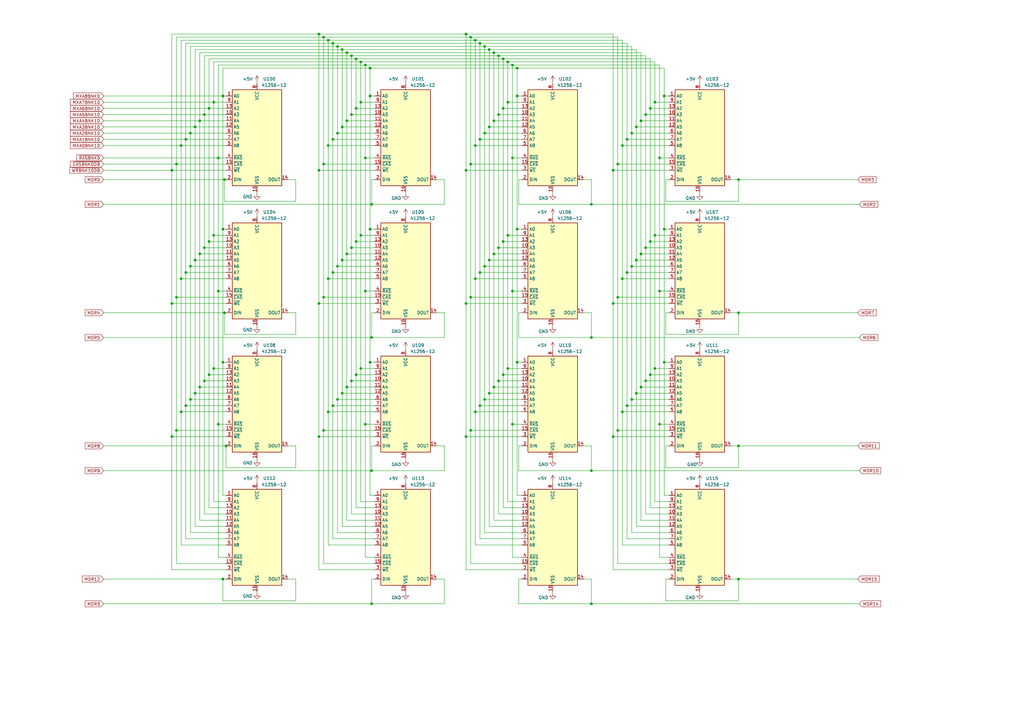
<source format=kicad_sch>
(kicad_sch (version 20211123) (generator eeschema)
  (paper "A3")
  (lib_symbols
    (symbol "power:+5V" (power) (pin_names (offset 0))
      (property "Value" "+5V" (at 0 3.556 0))
      (symbol "+5V_0_1"
        (polyline (pts (xy -0.762 1.27) (xy 0 2.54)))
        (polyline (pts (xy 0 0) (xy 0 2.54)))
        (polyline (pts (xy 0 2.54) (xy 0.762 1.27)))
      )
      (symbol "+5V_1_1"
        (pin power_in line (at 0 0 90) (length 0) hide (name "+5V") (number "1"))
      )
    )
    (symbol "power:GND" (power) (pin_names (offset 0))
      (property "Value" "GND" (at 0 -3.81 0))
      (symbol "GND_0_1"
        (polyline (pts (xy 0 0) (xy 0 -1.27) (xy 1.27 -1.27) (xy 0 -2.54) (xy -1.27 -1.27) (xy 0 -1.27)))
      )
      (symbol "GND_1_1"
        (pin power_in line (at 0 0 270) (length 0) hide (name "GND") (number "1"))
      )
    )
    (symbol "x37:41256"
      (property "Reference" "U" (at -10.16 26.035 0))
      (property "Value" "41256" (at 2.54 26.035 0))
      (symbol "41256_0_0"
        (pin power_in line (at 0 -16.51 90) (length 2.54) (name "VSS") (number "16"))
        (pin power_in line (at 0 27.94 270) (length 2.54) (name "VCC") (number "8"))
      )
      (symbol "41256_0_1"
        (rectangle (start -10.16 25.4) (end 10.16 -13.97) (stroke (width 0.254)) (fill (type background)))
      )
      (symbol "41256_1_1"
        (pin input line (at -12.7 22.86 0) (length 2.54) (name "A0") (number "1"))
        (pin input line (at -12.7 15.24 0) (length 2.54) (name "A3") (number "10"))
        (pin input line (at -12.7 12.7 0) (length 2.54) (name "A4") (number "11"))
        (pin input line (at -12.7 10.16 0) (length 2.54) (name "A5") (number "12"))
        (pin input line (at -12.7 17.78 0) (length 2.54) (name "A2") (number "13"))
        (pin tri_state line (at 12.7 -11.43 180) (length 2.54) (name "DOUT") (number "14"))
        (pin input line (at -12.7 -5.08 0) (length 2.54) (name "~{CAS}") (number "15"))
        (pin tri_state line (at -12.7 -11.43 0) (length 2.54) (name "DIN") (number "2"))
        (pin input line (at -12.7 -7.62 0) (length 2.54) (name "~{WE}") (number "3"))
        (pin input line (at -12.7 -2.54 0) (length 2.54) (name "~{RAS}") (number "4"))
        (pin input line (at -12.7 2.54 0) (length 2.54) (name "A8") (number "5"))
        (pin input line (at -12.7 7.62 0) (length 2.54) (name "A6") (number "6"))
        (pin input line (at -12.7 5.08 0) (length 2.54) (name "A7") (number "7"))
        (pin input line (at -12.7 20.32 0) (length 2.54) (name "A1") (number "9"))
      )
    )
  )
  (junction (at 147.955 151.13))
  (junction (at 191.135 124.46))
  (junction (at 151.765 27.94))
  (junction (at 202.565 21.59))
  (junction (at 130.81 124.46))
  (junction (at 194.945 168.91))
  (junction (at 70.485 69.85))
  (junction (at 251.46 179.07))
  (junction (at 134.62 168.91))
  (junction (at 89.535 173.99))
  (junction (at 200.66 106.68))
  (junction (at 151.765 93.98))
  (junction (at 144.145 156.21))
  (junction (at 83.82 156.21))
  (junction (at 78.105 109.22))
  (junction (at 253.365 176.53))
  (junction (at 193.04 67.31))
  (junction (at 260.985 106.68))
  (junction (at 146.05 153.67))
  (junction (at 130.81 179.07))
  (junction (at 136.525 57.15))
  (junction (at 147.955 96.52))
  (junction (at 146.05 99.06))
  (junction (at 193.04 15.24))
  (junction (at 74.295 59.69))
  (junction (at 85.725 44.45))
  (junction (at 72.39 67.31))
  (junction (at 262.89 49.53))
  (junction (at 87.63 151.13))
  (junction (at 212.09 148.59))
  (junction (at 264.795 46.99))
  (junction (at 134.62 114.3))
  (junction (at 259.08 54.61))
  (junction (at 146.05 24.13))
  (junction (at 270.51 173.99))
  (junction (at 130.81 69.85))
  (junction (at 191.135 69.85))
  (junction (at 208.28 41.91))
  (junction (at 270.51 64.77))
  (junction (at 91.44 148.59))
  (junction (at 210.185 26.67))
  (junction (at 206.375 153.67))
  (junction (at 70.485 124.46))
  (junction (at 87.63 96.52))
  (junction (at 144.145 101.6))
  (junction (at 138.43 54.61))
  (junction (at 266.7 99.06))
  (junction (at 200.66 52.07))
  (junction (at 76.2 57.15))
  (junction (at 202.565 158.75))
  (junction (at 76.2 111.76))
  (junction (at 72.39 121.92))
  (junction (at 194.945 114.3))
  (junction (at 149.86 26.67))
  (junction (at 266.7 44.45))
  (junction (at 259.08 163.83))
  (junction (at 242.57 247.65))
  (junction (at 253.365 121.92))
  (junction (at 196.85 57.15))
  (junction (at 208.28 151.13))
  (junction (at 206.375 44.45))
  (junction (at 257.175 111.76))
  (junction (at 200.66 161.29))
  (junction (at 76.2 166.37))
  (junction (at 212.09 39.37))
  (junction (at 208.28 96.52))
  (junction (at 262.89 104.14))
  (junction (at 242.57 138.43))
  (junction (at 262.89 158.75))
  (junction (at 204.47 156.21))
  (junction (at 194.945 59.69))
  (junction (at 204.47 101.6))
  (junction (at 151.765 39.37))
  (junction (at 85.725 99.06))
  (junction (at 91.44 93.98))
  (junction (at 70.485 179.07))
  (junction (at 198.755 19.05))
  (junction (at 81.915 158.75))
  (junction (at 302.895 128.27))
  (junction (at 138.43 109.22))
  (junction (at 149.86 119.38))
  (junction (at 200.66 20.32))
  (junction (at 142.24 104.14))
  (junction (at 212.09 93.98))
  (junction (at 136.525 111.76))
  (junction (at 204.47 22.86))
  (junction (at 142.24 49.53))
  (junction (at 78.105 163.83))
  (junction (at 204.47 46.99))
  (junction (at 140.335 106.68))
  (junction (at 272.415 93.98))
  (junction (at 132.715 176.53))
  (junction (at 264.795 156.21))
  (junction (at 80.01 106.68))
  (junction (at 196.85 166.37))
  (junction (at 138.43 163.83))
  (junction (at 80.01 161.29))
  (junction (at 140.335 20.32))
  (junction (at 196.85 111.76))
  (junction (at 134.62 59.69))
  (junction (at 210.185 173.99))
  (junction (at 242.57 83.82))
  (junction (at 132.715 67.31))
  (junction (at 81.915 49.53))
  (junction (at 74.295 168.91))
  (junction (at 198.755 163.83))
  (junction (at 251.46 69.85))
  (junction (at 130.81 13.97))
  (junction (at 194.945 16.51))
  (junction (at 259.08 109.22))
  (junction (at 264.795 101.6))
  (junction (at 149.86 64.77))
  (junction (at 202.565 49.53))
  (junction (at 147.955 25.4))
  (junction (at 81.915 104.14))
  (junction (at 191.135 13.97))
  (junction (at 144.145 46.99))
  (junction (at 132.715 15.24))
  (junction (at 206.375 99.06))
  (junction (at 152.4 138.43))
  (junction (at 196.85 17.78))
  (junction (at 257.175 57.15))
  (junction (at 198.755 109.22))
  (junction (at 253.365 67.31))
  (junction (at 255.27 114.3))
  (junction (at 92.075 128.27))
  (junction (at 208.28 25.4))
  (junction (at 83.82 46.99))
  (junction (at 92.71 182.88))
  (junction (at 152.4 83.82))
  (junction (at 302.895 182.88))
  (junction (at 260.985 52.07))
  (junction (at 191.135 179.07))
  (junction (at 206.375 24.13))
  (junction (at 140.335 52.07))
  (junction (at 136.525 166.37))
  (junction (at 266.7 153.67))
  (junction (at 193.04 121.92))
  (junction (at 255.27 168.91))
  (junction (at 85.725 153.67))
  (junction (at 257.175 166.37))
  (junction (at 202.565 104.14))
  (junction (at 132.715 121.92))
  (junction (at 251.46 124.46))
  (junction (at 272.415 148.59))
  (junction (at 89.535 119.38))
  (junction (at 146.05 44.45))
  (junction (at 260.985 161.29))
  (junction (at 255.27 59.69))
  (junction (at 134.62 16.51))
  (junction (at 210.185 119.38))
  (junction (at 78.105 54.61))
  (junction (at 74.295 114.3))
  (junction (at 92.075 73.66))
  (junction (at 136.525 17.78))
  (junction (at 210.185 64.77))
  (junction (at 268.605 151.13))
  (junction (at 138.43 19.05))
  (junction (at 302.895 237.49))
  (junction (at 272.415 39.37))
  (junction (at 147.955 41.91))
  (junction (at 80.01 52.07))
  (junction (at 268.605 96.52))
  (junction (at 212.09 27.94))
  (junction (at 151.765 148.59))
  (junction (at 140.335 161.29))
  (junction (at 91.44 237.49))
  (junction (at 144.145 22.86))
  (junction (at 142.24 158.75))
  (junction (at 83.82 101.6))
  (junction (at 142.24 21.59))
  (junction (at 152.4 247.65))
  (junction (at 270.51 119.38))
  (junction (at 193.04 176.53))
  (junction (at 91.44 39.37))
  (junction (at 87.63 41.91))
  (junction (at 198.755 54.61))
  (junction (at 152.4 193.04))
  (junction (at 302.895 73.66))
  (junction (at 89.535 64.77))
  (junction (at 149.86 173.99))
  (junction (at 242.57 193.04))
  (junction (at 72.39 176.53))
  (junction (at 268.605 41.91))
  (wire (pts (xy 91.44 148.59) (xy 92.71 148.59)))
  (wire (pts (xy 212.725 247.65) (xy 242.57 247.65)))
  (wire (pts (xy 140.335 52.07) (xy 140.335 106.68)))
  (wire (pts (xy 153.67 67.31) (xy 132.715 67.31)))
  (wire (pts (xy 204.47 46.99) (xy 204.47 101.6)))
  (wire (pts (xy 266.7 153.67) (xy 266.7 208.28)))
  (wire (pts (xy 242.57 128.27) (xy 239.395 128.27)))
  (wire (pts (xy 70.485 179.07) (xy 70.485 124.46)))
  (wire (pts (xy 204.47 156.21) (xy 204.47 210.82)))
  (wire (pts (xy 274.32 228.6) (xy 270.51 228.6)))
  (wire (pts (xy 200.66 161.29) (xy 200.66 215.9)))
  (wire (pts (xy 193.04 67.31) (xy 193.04 15.24)))
  (wire (pts (xy 226.695 33.655) (xy 226.695 34.29)))
  (wire (pts (xy 268.605 151.13) (xy 268.605 205.74)))
  (wire (pts (xy 260.985 106.68) (xy 260.985 161.29)))
  (wire (pts (xy 147.955 151.13) (xy 153.67 151.13)))
  (wire (pts (xy 206.375 24.13) (xy 266.7 24.13)))
  (wire (pts (xy 105.41 33.655) (xy 105.41 34.29)))
  (wire (pts (xy 105.41 142.875) (xy 105.41 143.51)))
  (wire (pts (xy 182.245 182.88) (xy 182.245 193.04)))
  (wire (pts (xy 253.365 67.31) (xy 253.365 121.92)))
  (wire (pts (xy 194.945 16.51) (xy 255.27 16.51)))
  (wire (pts (xy 213.995 64.77) (xy 210.185 64.77)))
  (wire (pts (xy 200.66 161.29) (xy 213.995 161.29)))
  (wire (pts (xy 91.44 27.94) (xy 151.765 27.94)))
  (wire (pts (xy 212.725 193.04) (xy 242.57 193.04)))
  (wire (pts (xy 302.895 73.66) (xy 299.72 73.66)))
  (wire (pts (xy 42.545 182.88) (xy 92.71 182.88)))
  (wire (pts (xy 204.47 101.6) (xy 213.995 101.6)))
  (wire (pts (xy 166.37 33.655) (xy 166.37 34.29)))
  (wire (pts (xy 274.32 39.37) (xy 272.415 39.37)))
  (wire (pts (xy 210.185 119.38) (xy 210.185 173.99)))
  (wire (pts (xy 121.285 191.77) (xy 121.285 182.88)))
  (wire (pts (xy 91.44 93.98) (xy 91.44 148.59)))
  (wire (pts (xy 72.39 67.31) (xy 72.39 15.24)))
  (wire (pts (xy 78.105 218.44) (xy 92.71 218.44)))
  (wire (pts (xy 151.765 148.59) (xy 151.765 203.2)))
  (wire (pts (xy 274.32 153.67) (xy 266.7 153.67)))
  (wire (pts (xy 121.285 182.88) (xy 118.11 182.88)))
  (wire (pts (xy 266.7 99.06) (xy 266.7 153.67)))
  (wire (pts (xy 153.67 231.14) (xy 132.715 231.14)))
  (wire (pts (xy 274.32 109.22) (xy 259.08 109.22)))
  (wire (pts (xy 85.725 153.67) (xy 85.725 208.28)))
  (wire (pts (xy 153.67 44.45) (xy 146.05 44.45)))
  (wire (pts (xy 268.605 41.91) (xy 268.605 96.52)))
  (wire (pts (xy 270.51 64.77) (xy 270.51 26.67)))
  (wire (pts (xy 105.41 78.74) (xy 105.41 79.375)))
  (wire (pts (xy 193.04 67.31) (xy 193.04 121.92)))
  (wire (pts (xy 91.44 246.38) (xy 121.285 246.38)))
  (wire (pts (xy 260.985 161.29) (xy 274.32 161.29)))
  (wire (pts (xy 226.695 187.96) (xy 226.695 188.595)))
  (wire (pts (xy 92.075 128.27) (xy 92.71 128.27)))
  (wire (pts (xy 70.485 233.68) (xy 92.71 233.68)))
  (wire (pts (xy 153.67 237.49) (xy 152.4 237.49)))
  (wire (pts (xy 166.37 142.875) (xy 166.37 143.51)))
  (wire (pts (xy 140.335 161.29) (xy 140.335 215.9)))
  (wire (pts (xy 255.27 168.91) (xy 255.27 223.52)))
  (wire (pts (xy 72.39 231.14) (xy 92.71 231.14)))
  (wire (pts (xy 212.09 39.37) (xy 212.09 27.94)))
  (wire (pts (xy 212.09 93.98) (xy 212.09 148.59)))
  (wire (pts (xy 274.32 114.3) (xy 255.27 114.3)))
  (wire (pts (xy 136.525 17.78) (xy 196.85 17.78)))
  (wire (pts (xy 138.43 109.22) (xy 138.43 163.83)))
  (wire (pts (xy 76.2 220.98) (xy 92.71 220.98)))
  (wire (pts (xy 72.39 121.92) (xy 72.39 176.53)))
  (wire (pts (xy 274.32 182.88) (xy 273.05 182.88)))
  (wire (pts (xy 264.795 156.21) (xy 274.32 156.21)))
  (wire (pts (xy 204.47 22.86) (xy 264.795 22.86)))
  (wire (pts (xy 130.81 179.07) (xy 153.67 179.07)))
  (wire (pts (xy 146.05 44.45) (xy 146.05 99.06)))
  (wire (pts (xy 153.67 121.92) (xy 132.715 121.92)))
  (wire (pts (xy 255.27 59.69) (xy 255.27 16.51)))
  (wire (pts (xy 74.295 114.3) (xy 92.71 114.3)))
  (wire (pts (xy 78.105 54.61) (xy 78.105 19.05)))
  (wire (pts (xy 202.565 21.59) (xy 262.89 21.59)))
  (wire (pts (xy 81.915 213.36) (xy 92.71 213.36)))
  (wire (pts (xy 121.285 237.49) (xy 118.11 237.49)))
  (wire (pts (xy 274.32 218.44) (xy 259.08 218.44)))
  (wire (pts (xy 92.075 137.16) (xy 121.285 137.16)))
  (wire (pts (xy 136.525 17.78) (xy 136.525 57.15)))
  (wire (pts (xy 287.02 197.485) (xy 287.02 198.12)))
  (wire (pts (xy 74.295 168.91) (xy 74.295 223.52)))
  (wire (pts (xy 273.05 128.27) (xy 273.05 137.16)))
  (wire (pts (xy 213.995 128.27) (xy 212.725 128.27)))
  (wire (pts (xy 153.67 119.38) (xy 149.86 119.38)))
  (wire (pts (xy 352.425 83.82) (xy 242.57 83.82)))
  (wire (pts (xy 144.145 210.82) (xy 153.67 210.82)))
  (wire (pts (xy 202.565 49.53) (xy 202.565 104.14)))
  (wire (pts (xy 70.485 69.85) (xy 92.71 69.85)))
  (wire (pts (xy 153.67 104.14) (xy 142.24 104.14)))
  (wire (pts (xy 212.725 73.66) (xy 212.725 83.82)))
  (wire (pts (xy 136.525 57.15) (xy 153.67 57.15)))
  (wire (pts (xy 83.82 46.99) (xy 83.82 101.6)))
  (wire (pts (xy 74.295 223.52) (xy 92.71 223.52)))
  (wire (pts (xy 121.285 82.55) (xy 121.285 73.66)))
  (wire (pts (xy 191.135 124.46) (xy 213.995 124.46)))
  (wire (pts (xy 152.4 83.82) (xy 182.245 83.82)))
  (wire (pts (xy 153.67 182.88) (xy 152.4 182.88)))
  (wire (pts (xy 80.01 20.32) (xy 140.335 20.32)))
  (wire (pts (xy 182.245 182.88) (xy 179.07 182.88)))
  (wire (pts (xy 213.995 54.61) (xy 198.755 54.61)))
  (wire (pts (xy 42.545 41.91) (xy 87.63 41.91)))
  (wire (pts (xy 144.145 156.21) (xy 153.67 156.21)))
  (wire (pts (xy 212.09 148.59) (xy 212.09 203.2)))
  (wire (pts (xy 80.01 161.29) (xy 92.71 161.29)))
  (wire (pts (xy 89.535 173.99) (xy 89.535 228.6)))
  (wire (pts (xy 200.66 52.07) (xy 213.995 52.07)))
  (wire (pts (xy 142.24 49.53) (xy 142.24 21.59)))
  (wire (pts (xy 351.79 73.66) (xy 302.895 73.66)))
  (wire (pts (xy 194.945 59.69) (xy 194.945 16.51)))
  (wire (pts (xy 268.605 25.4) (xy 268.605 41.91)))
  (wire (pts (xy 262.89 104.14) (xy 262.89 158.75)))
  (wire (pts (xy 251.46 13.97) (xy 251.46 69.85)))
  (wire (pts (xy 138.43 54.61) (xy 138.43 109.22)))
  (wire (pts (xy 253.365 121.92) (xy 253.365 176.53)))
  (wire (pts (xy 83.82 210.82) (xy 92.71 210.82)))
  (wire (pts (xy 274.32 64.77) (xy 270.51 64.77)))
  (wire (pts (xy 259.08 109.22) (xy 259.08 163.83)))
  (wire (pts (xy 153.67 39.37) (xy 151.765 39.37)))
  (wire (pts (xy 255.27 114.3) (xy 255.27 168.91)))
  (wire (pts (xy 287.02 242.57) (xy 287.02 243.205)))
  (wire (pts (xy 206.375 44.45) (xy 206.375 99.06)))
  (wire (pts (xy 153.67 208.28) (xy 146.05 208.28)))
  (wire (pts (xy 153.67 73.66) (xy 152.4 73.66)))
  (wire (pts (xy 196.85 111.76) (xy 213.995 111.76)))
  (wire (pts (xy 76.2 17.78) (xy 136.525 17.78)))
  (wire (pts (xy 130.81 233.68) (xy 153.67 233.68)))
  (wire (pts (xy 213.995 218.44) (xy 198.755 218.44)))
  (wire (pts (xy 266.7 44.45) (xy 266.7 99.06)))
  (wire (pts (xy 72.39 176.53) (xy 92.71 176.53)))
  (wire (pts (xy 153.67 203.2) (xy 151.765 203.2)))
  (wire (pts (xy 81.915 49.53) (xy 81.915 104.14)))
  (wire (pts (xy 257.175 111.76) (xy 274.32 111.76)))
  (wire (pts (xy 196.85 111.76) (xy 196.85 166.37)))
  (wire (pts (xy 260.985 106.68) (xy 274.32 106.68)))
  (wire (pts (xy 87.63 41.91) (xy 92.71 41.91)))
  (wire (pts (xy 85.725 24.13) (xy 85.725 44.45)))
  (wire (pts (xy 273.05 191.77) (xy 302.895 191.77)))
  (wire (pts (xy 74.295 59.69) (xy 74.295 114.3)))
  (wire (pts (xy 208.28 151.13) (xy 213.995 151.13)))
  (wire (pts (xy 257.175 111.76) (xy 257.175 166.37)))
  (wire (pts (xy 83.82 156.21) (xy 83.82 210.82)))
  (wire (pts (xy 196.85 220.98) (xy 213.995 220.98)))
  (wire (pts (xy 242.57 73.66) (xy 239.395 73.66)))
  (wire (pts (xy 213.995 228.6) (xy 210.185 228.6)))
  (wire (pts (xy 242.57 182.88) (xy 242.57 193.04)))
  (wire (pts (xy 352.425 138.43) (xy 242.57 138.43)))
  (wire (pts (xy 130.81 69.85) (xy 153.67 69.85)))
  (wire (pts (xy 200.66 106.68) (xy 200.66 161.29)))
  (wire (pts (xy 42.545 59.69) (xy 74.295 59.69)))
  (wire (pts (xy 302.895 137.16) (xy 302.895 128.27)))
  (wire (pts (xy 202.565 104.14) (xy 202.565 158.75)))
  (wire (pts (xy 80.01 106.68) (xy 92.71 106.68)))
  (wire (pts (xy 251.46 69.85) (xy 251.46 124.46)))
  (wire (pts (xy 206.375 44.45) (xy 206.375 24.13)))
  (wire (pts (xy 274.32 213.36) (xy 262.89 213.36)))
  (wire (pts (xy 80.01 106.68) (xy 80.01 161.29)))
  (wire (pts (xy 121.285 246.38) (xy 121.285 237.49)))
  (wire (pts (xy 42.545 67.31) (xy 72.39 67.31)))
  (wire (pts (xy 213.995 148.59) (xy 212.09 148.59)))
  (wire (pts (xy 268.605 151.13) (xy 274.32 151.13)))
  (wire (pts (xy 147.955 151.13) (xy 147.955 205.74)))
  (wire (pts (xy 182.245 73.66) (xy 182.245 83.82)))
  (wire (pts (xy 302.895 128.27) (xy 299.72 128.27)))
  (wire (pts (xy 92.075 82.55) (xy 121.285 82.55)))
  (wire (pts (xy 70.485 124.46) (xy 70.485 69.85)))
  (wire (pts (xy 251.46 233.68) (xy 274.32 233.68)))
  (wire (pts (xy 191.135 233.68) (xy 213.995 233.68)))
  (wire (pts (xy 302.895 246.38) (xy 302.895 237.49)))
  (wire (pts (xy 272.415 148.59) (xy 272.415 203.2)))
  (wire (pts (xy 153.67 176.53) (xy 132.715 176.53)))
  (wire (pts (xy 213.995 158.75) (xy 202.565 158.75)))
  (wire (pts (xy 274.32 231.14) (xy 253.365 231.14)))
  (wire (pts (xy 80.01 161.29) (xy 80.01 215.9)))
  (wire (pts (xy 78.105 163.83) (xy 92.71 163.83)))
  (wire (pts (xy 251.46 179.07) (xy 274.32 179.07)))
  (wire (pts (xy 92.075 73.66) (xy 92.075 82.55)))
  (wire (pts (xy 142.24 104.14) (xy 142.24 158.75)))
  (wire (pts (xy 257.175 166.37) (xy 257.175 220.98)))
  (wire (pts (xy 270.51 173.99) (xy 270.51 228.6)))
  (wire (pts (xy 153.67 114.3) (xy 134.62 114.3)))
  (wire (pts (xy 274.32 119.38) (xy 270.51 119.38)))
  (wire (pts (xy 274.32 128.27) (xy 273.05 128.27)))
  (wire (pts (xy 136.525 166.37) (xy 136.525 220.98)))
  (wire (pts (xy 264.795 22.86) (xy 264.795 46.99)))
  (wire (pts (xy 191.135 69.85) (xy 191.135 124.46)))
  (wire (pts (xy 85.725 208.28) (xy 92.71 208.28)))
  (wire (pts (xy 85.725 44.45) (xy 92.71 44.45)))
  (wire (pts (xy 206.375 153.67) (xy 206.375 208.28)))
  (wire (pts (xy 287.02 33.655) (xy 287.02 34.29)))
  (wire (pts (xy 208.28 25.4) (xy 268.605 25.4)))
  (wire (pts (xy 91.44 93.98) (xy 92.71 93.98)))
  (wire (pts (xy 287.02 78.74) (xy 287.02 79.375)))
  (wire (pts (xy 153.67 218.44) (xy 138.43 218.44)))
  (wire (pts (xy 87.63 151.13) (xy 87.63 205.74)))
  (wire (pts (xy 42.545 64.77) (xy 89.535 64.77)))
  (wire (pts (xy 136.525 57.15) (xy 136.525 111.76)))
  (wire (pts (xy 87.63 151.13) (xy 92.71 151.13)))
  (wire (pts (xy 274.32 148.59) (xy 272.415 148.59)))
  (wire (pts (xy 42.545 73.66) (xy 92.075 73.66)))
  (wire (pts (xy 130.81 13.97) (xy 130.81 69.85)))
  (wire (pts (xy 105.41 242.57) (xy 105.41 243.205)))
  (wire (pts (xy 226.695 133.35) (xy 226.695 133.985)))
  (wire (pts (xy 89.535 173.99) (xy 92.71 173.99)))
  (wire (pts (xy 76.2 57.15) (xy 76.2 111.76)))
  (wire (pts (xy 212.09 39.37) (xy 212.09 93.98)))
  (wire (pts (xy 273.05 246.38) (xy 302.895 246.38)))
  (wire (pts (xy 132.715 176.53) (xy 132.715 231.14)))
  (wire (pts (xy 152.4 138.43) (xy 182.245 138.43)))
  (wire (pts (xy 208.28 41.91) (xy 213.995 41.91)))
  (wire (pts (xy 270.51 119.38) (xy 270.51 173.99)))
  (wire (pts (xy 121.285 73.66) (xy 118.11 73.66)))
  (wire (pts (xy 255.27 59.69) (xy 255.27 114.3)))
  (wire (pts (xy 259.08 19.05) (xy 198.755 19.05)))
  (wire (pts (xy 196.85 166.37) (xy 213.995 166.37)))
  (wire (pts (xy 274.32 237.49) (xy 273.05 237.49)))
  (wire (pts (xy 76.2 17.78) (xy 76.2 57.15)))
  (wire (pts (xy 251.46 69.85) (xy 274.32 69.85)))
  (wire (pts (xy 302.895 182.88) (xy 299.72 182.88)))
  (wire (pts (xy 191.135 124.46) (xy 191.135 179.07)))
  (wire (pts (xy 153.67 153.67) (xy 146.05 153.67)))
  (wire (pts (xy 194.945 114.3) (xy 194.945 168.91)))
  (wire (pts (xy 152.4 193.04) (xy 182.245 193.04)))
  (wire (pts (xy 272.415 39.37) (xy 272.415 93.98)))
  (wire (pts (xy 274.32 93.98) (xy 272.415 93.98)))
  (wire (pts (xy 242.57 237.49) (xy 242.57 247.65)))
  (wire (pts (xy 92.075 73.66) (xy 92.71 73.66)))
  (wire (pts (xy 151.765 39.37) (xy 151.765 93.98)))
  (wire (pts (xy 274.32 208.28) (xy 266.7 208.28)))
  (wire (pts (xy 253.365 67.31) (xy 253.365 15.24)))
  (wire (pts (xy 153.67 173.99) (xy 149.86 173.99)))
  (wire (pts (xy 147.955 96.52) (xy 147.955 151.13)))
  (wire (pts (xy 259.08 54.61) (xy 259.08 109.22)))
  (wire (pts (xy 132.715 67.31) (xy 132.715 15.24)))
  (wire (pts (xy 85.725 99.06) (xy 85.725 153.67)))
  (wire (pts (xy 208.28 96.52) (xy 213.995 96.52)))
  (wire (pts (xy 212.725 138.43) (xy 242.57 138.43)))
  (wire (pts (xy 144.145 22.86) (xy 204.47 22.86)))
  (wire (pts (xy 147.955 41.91) (xy 153.67 41.91)))
  (wire (pts (xy 200.66 52.07) (xy 200.66 106.68)))
  (wire (pts (xy 351.79 128.27) (xy 302.895 128.27)))
  (wire (pts (xy 153.67 99.06) (xy 146.05 99.06)))
  (wire (pts (xy 242.57 237.49) (xy 239.395 237.49)))
  (wire (pts (xy 262.89 21.59) (xy 262.89 49.53)))
  (wire (pts (xy 153.67 128.27) (xy 152.4 128.27)))
  (wire (pts (xy 42.545 69.85) (xy 70.485 69.85)))
  (wire (pts (xy 130.81 124.46) (xy 153.67 124.46)))
  (wire (pts (xy 70.485 124.46) (xy 92.71 124.46)))
  (wire (pts (xy 196.85 57.15) (xy 213.995 57.15)))
  (wire (pts (xy 273.05 237.49) (xy 273.05 246.38)))
  (wire (pts (xy 87.63 41.91) (xy 87.63 25.4)))
  (wire (pts (xy 213.995 49.53) (xy 202.565 49.53)))
  (wire (pts (xy 153.67 158.75) (xy 142.24 158.75)))
  (wire (pts (xy 287.02 187.96) (xy 287.02 188.595)))
  (wire (pts (xy 274.32 73.66) (xy 273.05 73.66)))
  (wire (pts (xy 287.02 142.875) (xy 287.02 143.51)))
  (wire (pts (xy 182.245 128.27) (xy 182.245 138.43)))
  (wire (pts (xy 83.82 22.86) (xy 144.145 22.86)))
  (wire (pts (xy 191.135 69.85) (xy 213.995 69.85)))
  (wire (pts (xy 91.44 237.49) (xy 91.44 246.38)))
  (wire (pts (xy 140.335 161.29) (xy 153.67 161.29)))
  (wire (pts (xy 83.82 156.21) (xy 92.71 156.21)))
  (wire (pts (xy 153.67 163.83) (xy 138.43 163.83)))
  (wire (pts (xy 287.02 88.265) (xy 287.02 88.9)))
  (wire (pts (xy 89.535 26.67) (xy 89.535 64.77)))
  (wire (pts (xy 264.795 46.99) (xy 264.795 101.6)))
  (wire (pts (xy 76.2 166.37) (xy 92.71 166.37)))
  (wire (pts (xy 198.755 54.61) (xy 198.755 109.22)))
  (wire (pts (xy 212.725 83.82) (xy 242.57 83.82)))
  (wire (pts (xy 166.37 133.35) (xy 166.37 133.985)))
  (wire (pts (xy 274.32 44.45) (xy 266.7 44.45)))
  (wire (pts (xy 81.915 158.75) (xy 92.71 158.75)))
  (wire (pts (xy 146.05 24.13) (xy 206.375 24.13)))
  (wire (pts (xy 255.27 59.69) (xy 274.32 59.69)))
  (wire (pts (xy 257.175 57.15) (xy 274.32 57.15)))
  (wire (pts (xy 196.85 17.78) (xy 257.175 17.78)))
  (wire (pts (xy 213.995 168.91) (xy 194.945 168.91)))
  (wire (pts (xy 92.71 182.88) (xy 92.71 191.77)))
  (wire (pts (xy 226.695 88.265) (xy 226.695 88.9)))
  (wire (pts (xy 200.66 215.9) (xy 213.995 215.9)))
  (wire (pts (xy 83.82 22.86) (xy 83.82 46.99)))
  (wire (pts (xy 213.995 114.3) (xy 194.945 114.3)))
  (wire (pts (xy 144.145 101.6) (xy 153.67 101.6)))
  (wire (pts (xy 140.335 215.9) (xy 153.67 215.9)))
  (wire (pts (xy 213.995 213.36) (xy 202.565 213.36)))
  (wire (pts (xy 136.525 220.98) (xy 153.67 220.98)))
  (wire (pts (xy 42.545 247.65) (xy 152.4 247.65)))
  (wire (pts (xy 147.955 25.4) (xy 147.955 41.91)))
  (wire (pts (xy 153.67 93.98) (xy 151.765 93.98)))
  (wire (pts (xy 242.57 182.88) (xy 239.395 182.88)))
  (wire (pts (xy 210.185 64.77) (xy 210.185 26.67)))
  (wire (pts (xy 274.32 168.91) (xy 255.27 168.91)))
  (wire (pts (xy 149.86 64.77) (xy 149.86 26.67)))
  (wire (pts (xy 257.175 220.98) (xy 274.32 220.98)))
  (wire (pts (xy 270.51 64.77) (xy 270.51 119.38)))
  (wire (pts (xy 81.915 104.14) (xy 81.915 158.75)))
  (wire (pts (xy 213.995 176.53) (xy 193.04 176.53)))
  (wire (pts (xy 83.82 101.6) (xy 92.71 101.6)))
  (wire (pts (xy 89.535 64.77) (xy 92.71 64.77)))
  (wire (pts (xy 147.955 96.52) (xy 153.67 96.52)))
  (wire (pts (xy 138.43 163.83) (xy 138.43 218.44)))
  (wire (pts (xy 105.41 88.265) (xy 105.41 88.9)))
  (wire (pts (xy 87.63 96.52) (xy 87.63 151.13)))
  (wire (pts (xy 302.895 191.77) (xy 302.895 182.88)))
  (wire (pts (xy 210.185 26.67) (xy 149.86 26.67)))
  (wire (pts (xy 259.08 163.83) (xy 259.08 218.44)))
  (wire (pts (xy 198.755 54.61) (xy 198.755 19.05)))
  (wire (pts (xy 273.05 137.16) (xy 302.895 137.16)))
  (wire (pts (xy 212.725 237.49) (xy 212.725 247.65)))
  (wire (pts (xy 144.145 101.6) (xy 144.145 156.21)))
  (wire (pts (xy 206.375 99.06) (xy 206.375 153.67)))
  (wire (pts (xy 147.955 41.91) (xy 147.955 96.52)))
  (wire (pts (xy 42.545 39.37) (xy 91.44 39.37)))
  (wire (pts (xy 42.545 44.45) (xy 85.725 44.45)))
  (wire (pts (xy 149.86 119.38) (xy 149.86 173.99)))
  (wire (pts (xy 136.525 111.76) (xy 153.67 111.76)))
  (wire (pts (xy 213.995 73.66) (xy 212.725 73.66)))
  (wire (pts (xy 200.66 106.68) (xy 213.995 106.68)))
  (wire (pts (xy 42.545 193.04) (xy 152.4 193.04)))
  (wire (pts (xy 272.415 93.98) (xy 272.415 148.59)))
  (wire (pts (xy 166.37 78.74) (xy 166.37 79.375)))
  (wire (pts (xy 153.67 59.69) (xy 134.62 59.69)))
  (wire (pts (xy 242.57 128.27) (xy 242.57 138.43)))
  (wire (pts (xy 200.66 20.32) (xy 200.66 52.07)))
  (wire (pts (xy 287.02 133.35) (xy 287.02 133.985)))
  (wire (pts (xy 76.2 111.76) (xy 76.2 166.37)))
  (wire (pts (xy 200.66 20.32) (xy 260.985 20.32)))
  (wire (pts (xy 166.37 197.485) (xy 166.37 198.12)))
  (wire (pts (xy 70.485 179.07) (xy 92.71 179.07)))
  (wire (pts (xy 105.41 133.35) (xy 105.41 133.985)))
  (wire (pts (xy 87.63 41.91) (xy 87.63 96.52)))
  (wire (pts (xy 76.2 166.37) (xy 76.2 220.98)))
  (wire (pts (xy 182.245 73.66) (xy 179.07 73.66)))
  (wire (pts (xy 140.335 20.32) (xy 140.335 52.07)))
  (wire (pts (xy 132.715 121.92) (xy 132.715 176.53)))
  (wire (pts (xy 208.28 25.4) (xy 208.28 41.91)))
  (wire (pts (xy 264.795 46.99) (xy 274.32 46.99)))
  (wire (pts (xy 140.335 106.68) (xy 153.67 106.68)))
  (wire (pts (xy 134.62 168.91) (xy 134.62 223.52)))
  (wire (pts (xy 72.39 67.31) (xy 92.71 67.31)))
  (wire (pts (xy 152.4 73.66) (xy 152.4 83.82)))
  (wire (pts (xy 251.46 124.46) (xy 274.32 124.46)))
  (wire (pts (xy 264.795 101.6) (xy 264.795 156.21)))
  (wire (pts (xy 257.175 17.78) (xy 257.175 57.15)))
  (wire (pts (xy 274.32 163.83) (xy 259.08 163.83)))
  (wire (pts (xy 193.04 15.24) (xy 253.365 15.24)))
  (wire (pts (xy 70.485 13.97) (xy 130.81 13.97)))
  (wire (pts (xy 152.4 247.65) (xy 182.245 247.65)))
  (wire (pts (xy 153.67 49.53) (xy 142.24 49.53)))
  (wire (pts (xy 264.795 156.21) (xy 264.795 210.82)))
  (wire (pts (xy 204.47 101.6) (xy 204.47 156.21)))
  (wire (pts (xy 204.47 46.99) (xy 213.995 46.99)))
  (wire (pts (xy 264.795 210.82) (xy 274.32 210.82)))
  (wire (pts (xy 80.01 215.9) (xy 92.71 215.9)))
  (wire (pts (xy 194.945 168.91) (xy 194.945 223.52)))
  (wire (pts (xy 80.01 20.32) (xy 80.01 52.07)))
  (wire (pts (xy 351.79 237.49) (xy 302.895 237.49)))
  (wire (pts (xy 76.2 57.15) (xy 92.71 57.15)))
  (wire (pts (xy 274.32 54.61) (xy 259.08 54.61)))
  (wire (pts (xy 87.63 205.74) (xy 92.71 205.74)))
  (wire (pts (xy 210.185 173.99) (xy 210.185 228.6)))
  (wire (pts (xy 212.09 27.94) (xy 272.415 27.94)))
  (wire (pts (xy 274.32 67.31) (xy 253.365 67.31)))
  (wire (pts (xy 274.32 176.53) (xy 253.365 176.53)))
  (wire (pts (xy 202.565 49.53) (xy 202.565 21.59)))
  (wire (pts (xy 76.2 111.76) (xy 92.71 111.76)))
  (wire (pts (xy 130.81 13.97) (xy 191.135 13.97)))
  (wire (pts (xy 92.075 128.27) (xy 92.075 137.16)))
  (wire (pts (xy 198.755 19.05) (xy 138.43 19.05)))
  (wire (pts (xy 257.175 166.37) (xy 274.32 166.37)))
  (wire (pts (xy 166.37 242.57) (xy 166.37 243.205)))
  (wire (pts (xy 213.995 67.31) (xy 193.04 67.31)))
  (wire (pts (xy 198.755 163.83) (xy 198.755 218.44)))
  (wire (pts (xy 89.535 64.77) (xy 89.535 119.38)))
  (wire (pts (xy 81.915 49.53) (xy 81.915 21.59)))
  (wire (pts (xy 144.145 156.21) (xy 144.145 210.82)))
  (wire (pts (xy 74.295 59.69) (xy 74.295 16.51)))
  (wire (pts (xy 83.82 101.6) (xy 83.82 156.21)))
  (wire (pts (xy 257.175 57.15) (xy 257.175 111.76)))
  (wire (pts (xy 134.62 114.3) (xy 134.62 168.91)))
  (wire (pts (xy 42.545 49.53) (xy 81.915 49.53)))
  (wire (pts (xy 134.62 16.51) (xy 194.945 16.51)))
  (wire (pts (xy 146.05 153.67) (xy 146.05 208.28)))
  (wire (pts (xy 274.32 104.14) (xy 262.89 104.14)))
  (wire (pts (xy 42.545 138.43) (xy 152.4 138.43)))
  (wire (pts (xy 42.545 54.61) (xy 78.105 54.61)))
  (wire (pts (xy 153.67 223.52) (xy 134.62 223.52)))
  (wire (pts (xy 202.565 158.75) (xy 202.565 213.36)))
  (wire (pts (xy 85.725 24.13) (xy 146.05 24.13)))
  (wire (pts (xy 151.765 39.37) (xy 151.765 27.94)))
  (wire (pts (xy 149.86 64.77) (xy 149.86 119.38)))
  (wire (pts (xy 274.32 223.52) (xy 255.27 223.52)))
  (wire (pts (xy 42.545 83.82) (xy 152.4 83.82)))
  (wire (pts (xy 208.28 41.91) (xy 208.28 96.52)))
  (wire (pts (xy 182.245 237.49) (xy 179.07 237.49)))
  (wire (pts (xy 210.185 64.77) (xy 210.185 119.38)))
  (wire (pts (xy 105.41 197.485) (xy 105.41 198.12)))
  (wire (pts (xy 138.43 54.61) (xy 138.43 19.05)))
  (wire (pts (xy 166.37 88.265) (xy 166.37 88.9)))
  (wire (pts (xy 213.995 182.88) (xy 212.725 182.88)))
  (wire (pts (xy 142.24 158.75) (xy 142.24 213.36)))
  (wire (pts (xy 78.105 109.22) (xy 92.71 109.22)))
  (wire (pts (xy 147.955 205.74) (xy 153.67 205.74)))
  (wire (pts (xy 268.605 41.91) (xy 274.32 41.91)))
  (wire (pts (xy 70.485 233.68) (xy 70.485 179.07)))
  (wire (pts (xy 260.985 52.07) (xy 274.32 52.07)))
  (wire (pts (xy 72.39 67.31) (xy 72.39 121.92)))
  (wire (pts (xy 121.285 128.27) (xy 118.11 128.27)))
  (wire (pts (xy 213.995 93.98) (xy 212.09 93.98)))
  (wire (pts (xy 87.63 25.4) (xy 147.955 25.4)))
  (wire (pts (xy 226.695 142.875) (xy 226.695 143.51)))
  (wire (pts (xy 85.725 99.06) (xy 92.71 99.06)))
  (wire (pts (xy 121.285 137.16) (xy 121.285 128.27)))
  (wire (pts (xy 70.485 13.97) (xy 70.485 69.85)))
  (wire (pts (xy 182.245 128.27) (xy 179.07 128.27)))
  (wire (pts (xy 213.995 99.06) (xy 206.375 99.06)))
  (wire (pts (xy 78.105 54.61) (xy 78.105 109.22)))
  (wire (pts (xy 208.28 151.13) (xy 208.28 205.74)))
  (wire (pts (xy 87.63 96.52) (xy 92.71 96.52)))
  (wire (pts (xy 262.89 158.75) (xy 262.89 213.36)))
  (wire (pts (xy 226.695 242.57) (xy 226.695 243.205)))
  (wire (pts (xy 91.44 39.37) (xy 91.44 27.94)))
  (wire (pts (xy 273.05 182.88) (xy 273.05 191.77)))
  (wire (pts (xy 260.985 52.07) (xy 260.985 106.68)))
  (wire (pts (xy 80.01 52.07) (xy 92.71 52.07)))
  (wire (pts (xy 274.32 173.99) (xy 270.51 173.99)))
  (wire (pts (xy 226.695 197.485) (xy 226.695 198.12)))
  (wire (pts (xy 204.47 210.82) (xy 213.995 210.82)))
  (wire (pts (xy 146.05 44.45) (xy 146.05 24.13)))
  (wire (pts (xy 213.995 223.52) (xy 194.945 223.52)))
  (wire (pts (xy 130.81 124.46) (xy 130.81 179.07)))
  (wire (pts (xy 80.01 52.07) (xy 80.01 106.68)))
  (wire (pts (xy 259.08 54.61) (xy 259.08 19.05)))
  (wire (pts (xy 213.995 237.49) (xy 212.725 237.49)))
  (wire (pts (xy 193.04 176.53) (xy 193.04 231.14)))
  (wire (pts (xy 274.32 158.75) (xy 262.89 158.75)))
  (wire (pts (xy 78.105 54.61) (xy 92.71 54.61)))
  (wire (pts (xy 166.37 187.96) (xy 166.37 188.595)))
  (wire (pts (xy 213.995 104.14) (xy 202.565 104.14)))
  (wire (pts (xy 81.915 104.14) (xy 92.71 104.14)))
  (wire (pts (xy 142.24 21.59) (xy 202.565 21.59)))
  (wire (pts (xy 352.425 247.65) (xy 242.57 247.65)))
  (wire (pts (xy 213.995 163.83) (xy 198.755 163.83)))
  (wire (pts (xy 146.05 99.06) (xy 146.05 153.67)))
  (wire (pts (xy 251.46 124.46) (xy 251.46 179.07)))
  (wire (pts (xy 42.545 46.99) (xy 83.82 46.99)))
  (wire (pts (xy 74.295 114.3) (xy 74.295 168.91)))
  (wire (pts (xy 152.4 182.88) (xy 152.4 193.04)))
  (wire (pts (xy 352.425 193.04) (xy 242.57 193.04)))
  (wire (pts (xy 42.545 128.27) (xy 92.075 128.27)))
  (wire (pts (xy 196.85 17.78) (xy 196.85 57.15)))
  (wire (pts (xy 147.955 25.4) (xy 208.28 25.4)))
  (wire (pts (xy 105.41 187.96) (xy 105.41 188.595)))
  (wire (pts (xy 91.44 237.49) (xy 92.71 237.49)))
  (wire (pts (xy 268.605 205.74) (xy 274.32 205.74)))
  (wire (pts (xy 152.4 237.49) (xy 152.4 247.65)))
  (wire (pts (xy 272.415 39.37) (xy 272.415 27.94)))
  (wire (pts (xy 208.28 96.52) (xy 208.28 151.13)))
  (wire (pts (xy 89.535 228.6) (xy 92.71 228.6)))
  (wire (pts (xy 152.4 128.27) (xy 152.4 138.43)))
  (wire (pts (xy 89.535 119.38) (xy 92.71 119.38)))
  (wire (pts (xy 204.47 156.21) (xy 213.995 156.21)))
  (wire (pts (xy 91.44 93.98) (xy 91.44 39.37)))
  (wire (pts (xy 144.145 46.99) (xy 144.145 101.6)))
  (wire (pts (xy 213.995 59.69) (xy 194.945 59.69)))
  (wire (pts (xy 74.295 16.51) (xy 134.62 16.51)))
  (wire (pts (xy 83.82 46.99) (xy 92.71 46.99)))
  (wire (pts (xy 42.545 237.49) (xy 91.44 237.49)))
  (wire (pts (xy 151.765 27.94) (xy 212.09 27.94)))
  (wire (pts (xy 74.295 168.91) (xy 92.71 168.91)))
  (wire (pts (xy 191.135 179.07) (xy 213.995 179.07)))
  (wire (pts (xy 42.545 52.07) (xy 80.01 52.07)))
  (wire (pts (xy 196.85 57.15) (xy 196.85 111.76)))
  (wire (pts (xy 85.725 44.45) (xy 85.725 99.06)))
  (wire (pts (xy 213.995 44.45) (xy 206.375 44.45)))
  (wire (pts (xy 132.715 67.31) (xy 132.715 121.92)))
  (wire (pts (xy 149.86 26.67) (xy 89.535 26.67)))
  (wire (pts (xy 213.995 39.37) (xy 212.09 39.37)))
  (wire (pts (xy 153.67 54.61) (xy 138.43 54.61)))
  (wire (pts (xy 72.39 15.24) (xy 132.715 15.24)))
  (wire (pts (xy 153.67 109.22) (xy 138.43 109.22)))
  (wire (pts (xy 81.915 49.53) (xy 92.71 49.53)))
  (wire (pts (xy 212.725 128.27) (xy 212.725 138.43)))
  (wire (pts (xy 198.755 109.22) (xy 198.755 163.83)))
  (wire (pts (xy 273.05 73.66) (xy 273.05 82.55)))
  (wire (pts (xy 351.79 182.88) (xy 302.895 182.88)))
  (wire (pts (xy 81.915 158.75) (xy 81.915 213.36)))
  (wire (pts (xy 253.365 176.53) (xy 253.365 231.14)))
  (wire (pts (xy 191.135 179.07) (xy 191.135 233.68)))
  (wire (pts (xy 78.105 163.83) (xy 78.105 218.44)))
  (wire (pts (xy 153.67 64.77) (xy 149.86 64.77)))
  (wire (pts (xy 140.335 106.68) (xy 140.335 161.29)))
  (wire (pts (xy 91.44 203.2) (xy 92.71 203.2)))
  (wire (pts (xy 72.39 121.92) (xy 92.71 121.92)))
  (wire (pts (xy 136.525 166.37) (xy 153.67 166.37)))
  (wire (pts (xy 153.67 228.6) (xy 149.86 228.6)))
  (wire (pts (xy 91.44 39.37) (xy 92.71 39.37)))
  (wire (pts (xy 213.995 153.67) (xy 206.375 153.67)))
  (wire (pts (xy 194.945 59.69) (xy 194.945 114.3)))
  (wire (pts (xy 213.995 119.38) (xy 210.185 119.38)))
  (wire (pts (xy 153.67 148.59) (xy 151.765 148.59)))
  (wire (pts (xy 130.81 69.85) (xy 130.81 124.46)))
  (wire (pts (xy 81.915 21.59) (xy 142.24 21.59)))
  (wire (pts (xy 213.995 109.22) (xy 198.755 109.22)))
  (wire (pts (xy 270.51 26.67) (xy 210.185 26.67)))
  (wire (pts (xy 213.995 121.92) (xy 193.04 121.92)))
  (wire (pts (xy 262.89 49.53) (xy 262.89 104.14)))
  (wire (pts (xy 132.715 15.24) (xy 193.04 15.24)))
  (wire (pts (xy 191.135 13.97) (xy 191.135 69.85)))
  (wire (pts (xy 302.895 82.55) (xy 302.895 73.66)))
  (wire (pts (xy 182.245 237.49) (xy 182.245 247.65)))
  (wire (pts (xy 134.62 59.69) (xy 134.62 16.51)))
  (wire (pts (xy 213.995 203.2) (xy 212.09 203.2)))
  (wire (pts (xy 268.605 96.52) (xy 268.605 151.13)))
  (wire (pts (xy 266.7 44.45) (xy 266.7 24.13)))
  (wire (pts (xy 134.62 59.69) (xy 134.62 114.3)))
  (wire (pts (xy 274.32 49.53) (xy 262.89 49.53)))
  (wire (pts (xy 153.67 168.91) (xy 134.62 168.91)))
  (wire (pts (xy 193.04 121.92) (xy 193.04 176.53)))
  (wire (pts (xy 302.895 237.49) (xy 299.72 237.49)))
  (wire (pts (xy 140.335 20.32) (xy 200.66 20.32)))
  (wire (pts (xy 213.995 208.28) (xy 206.375 208.28)))
  (wire (pts (xy 196.85 166.37) (xy 196.85 220.98)))
  (wire (pts (xy 260.985 20.32) (xy 260.985 52.07)))
  (wire (pts (xy 149.86 173.99) (xy 149.86 228.6)))
  (wire (pts (xy 260.985 215.9) (xy 274.32 215.9)))
  (wire (pts (xy 274.32 203.2) (xy 272.415 203.2)))
  (wire (pts (xy 138.43 19.05) (xy 78.105 19.05)))
  (wire (pts (xy 204.47 22.86) (xy 204.47 46.99)))
  (wire (pts (xy 140.335 52.07) (xy 153.67 52.07)))
  (wire (pts (xy 136.525 111.76) (xy 136.525 166.37)))
  (wire (pts (xy 91.44 148.59) (xy 91.44 203.2)))
  (wire (pts (xy 89.535 119.38) (xy 89.535 173.99)))
  (wire (pts (xy 78.105 109.22) (xy 78.105 163.83)))
  (wire (pts (xy 251.46 179.07) (xy 251.46 233.68)))
  (wire (pts (xy 144.145 22.86) (xy 144.145 46.99)))
  (wire (pts (xy 213.995 231.14) (xy 193.04 231.14)))
  (wire (pts (xy 153.67 213.36) (xy 142.24 213.36)))
  (wire (pts (xy 213.995 173.99) (xy 210.185 173.99)))
  (wire (pts (xy 85.725 153.67) (xy 92.71 153.67)))
  (wire (pts (xy 274.32 121.92) (xy 253.365 121.92)))
  (wire (pts (xy 268.605 96.52) (xy 274.32 96.52)))
  (wire (pts (xy 226.695 78.74) (xy 226.695 79.375)))
  (wire (pts (xy 264.795 101.6) (xy 274.32 101.6)))
  (wire (pts (xy 144.145 46.99) (xy 153.67 46.99)))
  (wire (pts (xy 42.545 57.15) (xy 76.2 57.15)))
  (wire (pts (xy 191.135 13.97) (xy 251.46 13.97)))
  (wire (pts (xy 274.32 99.06) (xy 266.7 99.06)))
  (wire (pts (xy 242.57 73.66) (xy 242.57 83.82)))
  (wire (pts (xy 273.05 82.55) (xy 302.895 82.55)))
  (wire (pts (xy 72.39 176.53) (xy 72.39 231.14)))
  (wire (pts (xy 142.24 49.53) (xy 142.24 104.14)))
  (wire (pts (xy 130.81 179.07) (xy 130.81 233.68)))
  (wire (pts (xy 151.765 93.98) (xy 151.765 148.59)))
  (wire (pts (xy 208.28 205.74) (xy 213.995 205.74)))
  (wire (pts (xy 212.725 182.88) (xy 212.725 193.04)))
  (wire (pts (xy 92.71 191.77) (xy 121.285 191.77)))
  (wire (pts (xy 260.985 161.29) (xy 260.985 215.9)))
  (wire (pts (xy 74.295 59.69) (xy 92.71 59.69)))
  (global_label "MXA7BNK10" (shape input) (at 42.545 41.91 180) (property "Intersheet References" "${INTERSHEET_REFS}" (effects hide)))
  (global_label "~{CASBNK0DB}" (shape input) (at 42.545 67.31 180) (property "Intersheet References" "${INTERSHEET_REFS}" (effects hide)))
  (global_label "MDR9" (shape input) (at 42.545 193.04 180) (property "Intersheet References" "${INTERSHEET_REFS}" (effects hide)))
  (global_label "~{WRBNK10DB}" (shape input) (at 42.545 69.85 180) (property "Intersheet References" "${INTERSHEET_REFS}" (effects hide)))
  (global_label "MDR6" (shape input) (at 352.425 138.43 0) (property "Intersheet References" "${INTERSHEET_REFS}" (effects hide)))
  (global_label "MXA2BNK10" (shape input) (at 42.545 54.61 180) (property "Intersheet References" "${INTERSHEET_REFS}" (effects hide)))
  (global_label "MXA4BNK10" (shape input) (at 42.545 49.53 180) (property "Intersheet References" "${INTERSHEET_REFS}" (effects hide)))
  (global_label "MDR8" (shape input) (at 42.545 182.88 180) (property "Intersheet References" "${INTERSHEET_REFS}" (effects hide)))
  (global_label "~{RASBNK0}" (shape input) (at 42.545 64.77 180) (property "Intersheet References" "${INTERSHEET_REFS}" (effects hide)))
  (global_label "MDR1" (shape input) (at 42.545 83.82 180) (property "Intersheet References" "${INTERSHEET_REFS}" (effects hide)))
  (global_label "MXA3BNK10" (shape input) (at 42.545 52.07 180) (property "Intersheet References" "${INTERSHEET_REFS}" (effects hide)))
  (global_label "MXA1BNK10" (shape input) (at 42.545 57.15 180) (property "Intersheet References" "${INTERSHEET_REFS}" (effects hide)))
  (global_label "MDR0" (shape input) (at 42.545 73.66 180) (property "Intersheet References" "${INTERSHEET_REFS}" (effects hide)))
  (global_label "MDR11" (shape input) (at 351.79 182.88 0) (property "Intersheet References" "${INTERSHEET_REFS}" (effects hide)))
  (global_label "MDR15" (shape input) (at 351.79 237.49 0) (property "Intersheet References" "${INTERSHEET_REFS}" (effects hide)))
  (global_label "MDR7" (shape input) (at 351.79 128.27 0) (property "Intersheet References" "${INTERSHEET_REFS}" (effects hide)))
  (global_label "MDR3" (shape input) (at 351.79 73.66 0) (property "Intersheet References" "${INTERSHEET_REFS}" (effects hide)))
  (global_label "MDR10" (shape input) (at 352.425 193.04 0) (property "Intersheet References" "${INTERSHEET_REFS}" (effects hide)))
  (global_label "MXA6BNK10" (shape input) (at 42.545 44.45 180) (property "Intersheet References" "${INTERSHEET_REFS}" (effects hide)))
  (global_label "MXA0BNK10" (shape input) (at 42.545 59.69 180) (property "Intersheet References" "${INTERSHEET_REFS}" (effects hide)))
  (global_label "MDR5" (shape input) (at 42.545 138.43 180) (property "Intersheet References" "${INTERSHEET_REFS}" (effects hide)))
  (global_label "MDR2" (shape input) (at 352.425 83.82 0) (property "Intersheet References" "${INTERSHEET_REFS}" (effects hide)))
  (global_label "MDR12" (shape input) (at 42.545 237.49 180) (property "Intersheet References" "${INTERSHEET_REFS}" (effects hide)))
  (global_label "MDR4" (shape input) (at 42.545 128.27 180) (property "Intersheet References" "${INTERSHEET_REFS}" (effects hide)))
  (global_label "MDR14" (shape input) (at 352.425 247.65 0) (property "Intersheet References" "${INTERSHEET_REFS}" (effects hide)))
  (global_label "MDR3" (shape input) (at 42.545 247.65 180) (property "Intersheet References" "${INTERSHEET_REFS}" (effects hide)))
  (global_label "MXA5BNK10" (shape input) (at 42.545 46.99 180) (property "Intersheet References" "${INTERSHEET_REFS}" (effects hide)))
  (global_label "MXA8BNK0" (shape input) (at 42.545 39.37 180) (property "Intersheet References" "${INTERSHEET_REFS}" (effects hide)))
  (symbol (lib_id "x37:41256") (at 226.695 62.23 0) (unit 1)
    (property "Reference" "U102" (at 231.775 32.385 0))
    (property "Value" "41256-12" (at 233.68 34.925 0))
    (property "Footprint" "Package_DIP:DIP-16_W7.62mm" (effects hide))
  )
  (symbol (lib_id "power:GND") (at 226.695 79.375 0) (unit 1)
    (property "Reference" "#PWR0305" (effects hide))
    (property "Value" "GND" (at 222.885 81.28 0))
  )
  (symbol (lib_id "power:+5V") (at 166.37 142.875 0) (unit 1)
    (property "Reference" "#PWR0287" (effects hide))
    (property "Value" "+5V" (at 161.29 141.605 0))
  )
  (symbol (lib_id "power:+5V") (at 166.37 197.485 0) (unit 1)
    (property "Reference" "#PWR0300" (effects hide))
    (property "Value" "+5V" (at 161.29 196.215 0))
  )
  (symbol (lib_id "power:+5V") (at 287.02 33.655 0) (unit 1)
    (property "Reference" "#PWR0308" (effects hide))
    (property "Value" "+5V" (at 283.21 32.385 0))
  )
  (symbol (lib_id "x37:41256") (at 226.695 171.45 0) (unit 1)
    (property "Reference" "U110" (at 231.775 141.605 0))
    (property "Value" "41256-12" (at 233.68 144.145 0))
    (property "Footprint" "Package_DIP:DIP-16_W7.62mm" (effects hide))
  )
  (symbol (lib_id "power:+5V") (at 105.41 197.485 0) (unit 1)
    (property "Reference" "#PWR0303" (effects hide))
    (property "Value" "+5V" (at 101.6 196.215 0))
  )
  (symbol (lib_id "power:+5V") (at 226.695 88.265 0) (unit 1)
    (property "Reference" "#PWR0304" (effects hide))
    (property "Value" "+5V" (at 222.25 86.995 0))
  )
  (symbol (lib_id "power:GND") (at 287.02 188.595 0) (unit 1)
    (property "Reference" "#PWR0293" (effects hide))
    (property "Value" "GND" (at 283.845 190.5 0))
  )
  (symbol (lib_id "power:GND") (at 226.695 188.595 0) (unit 1)
    (property "Reference" "#PWR0290" (effects hide))
    (property "Value" "GND" (at 222.885 190.5 0))
  )
  (symbol (lib_id "power:GND") (at 287.02 243.205 0) (unit 1)
    (property "Reference" "#PWR0294" (effects hide))
    (property "Value" "GND" (at 283.21 245.11 0))
  )
  (symbol (lib_id "power:+5V") (at 287.02 88.265 0) (unit 1)
    (property "Reference" "#PWR0309" (effects hide))
    (property "Value" "+5V" (at 283.21 86.995 0))
  )
  (symbol (lib_id "x37:41256") (at 226.695 226.06 0) (unit 1)
    (property "Reference" "U114" (at 231.775 196.215 0))
    (property "Value" "41256-12" (at 233.68 198.755 0))
    (property "Footprint" "Package_DIP:DIP-16_W7.62mm" (effects hide))
  )
  (symbol (lib_id "power:GND") (at 105.41 79.375 0) (unit 1)
    (property "Reference" "#PWR0314" (effects hide))
    (property "Value" "GND" (at 101.6 80.645 0))
  )
  (symbol (lib_id "power:GND") (at 166.37 133.985 0) (unit 1)
    (property "Reference" "#PWR0288" (effects hide))
    (property "Value" "GND" (at 162.56 135.89 0))
  )
  (symbol (lib_id "power:+5V") (at 226.695 142.875 0) (unit 1)
    (property "Reference" "#PWR0306" (effects hide))
    (property "Value" "+5V" (at 222.25 141.605 0))
  )
  (symbol (lib_id "power:GND") (at 226.695 243.205 0) (unit 1)
    (property "Reference" "#PWR0292" (effects hide))
    (property "Value" "GND" (at 222.885 245.11 0))
  )
  (symbol (lib_id "power:+5V") (at 166.37 88.265 0) (unit 1)
    (property "Reference" "#PWR0285" (effects hide))
    (property "Value" "+5V" (at 161.29 86.995 0))
  )
  (symbol (lib_id "x37:41256") (at 105.41 116.84 0) (unit 1)
    (property "Reference" "U104" (at 110.49 86.995 0))
    (property "Value" "41256-12" (at 112.395 89.535 0))
    (property "Footprint" "Package_DIP:DIP-16_W7.62mm" (effects hide))
  )
  (symbol (lib_id "power:+5V") (at 105.41 33.655 0) (unit 1)
    (property "Reference" "#PWR0316" (effects hide))
    (property "Value" "+5V" (at 101.6 32.385 0))
  )
  (symbol (lib_id "x37:41256") (at 287.02 226.06 0) (unit 1)
    (property "Reference" "U115" (at 292.1 196.215 0))
    (property "Value" "41256-12" (at 294.005 198.755 0))
    (property "Footprint" "Package_DIP:DIP-16_W7.62mm" (effects hide))
  )
  (symbol (lib_id "power:+5V") (at 226.695 197.485 0) (unit 1)
    (property "Reference" "#PWR0291" (effects hide))
    (property "Value" "+5V" (at 222.25 196.215 0))
  )
  (symbol (lib_id "power:+5V") (at 105.41 142.875 0) (unit 1)
    (property "Reference" "#PWR0298" (effects hide))
    (property "Value" "+5V" (at 101.6 141.605 0))
  )
  (symbol (lib_id "x37:41256") (at 287.02 116.84 0) (unit 1)
    (property "Reference" "U107" (at 292.1 86.995 0))
    (property "Value" "41256-12" (at 294.005 89.535 0))
    (property "Footprint" "Package_DIP:DIP-16_W7.62mm" (effects hide))
  )
  (symbol (lib_id "power:GND") (at 166.37 188.595 0) (unit 1)
    (property "Reference" "#PWR0299" (effects hide))
    (property "Value" "GND" (at 162.56 190.5 0))
  )
  (symbol (lib_id "power:GND") (at 105.41 188.595 0) (unit 1)
    (property "Reference" "#PWR0296" (effects hide))
    (property "Value" "GND" (at 101.6 189.865 0))
  )
  (symbol (lib_id "power:GND") (at 166.37 79.375 0) (unit 1)
    (property "Reference" "#PWR0286" (effects hide))
    (property "Value" "GND" (at 162.56 81.28 0))
  )
  (symbol (lib_id "power:GND") (at 287.02 79.375 0) (unit 1)
    (property "Reference" "#PWR0310" (effects hide))
    (property "Value" "GND" (at 283.21 81.28 0))
  )
  (symbol (lib_id "x37:41256") (at 287.02 171.45 0) (unit 1)
    (property "Reference" "U111" (at 292.1 141.605 0))
    (property "Value" "41256-12" (at 294.005 144.145 0))
    (property "Footprint" "Package_DIP:DIP-16_W7.62mm" (effects hide))
  )
  (symbol (lib_id "power:+5V") (at 105.41 88.265 0) (unit 1)
    (property "Reference" "#PWR0315" (effects hide))
    (property "Value" "+5V" (at 101.6 86.995 0))
  )
  (symbol (lib_id "x37:41256") (at 166.37 116.84 0) (unit 1)
    (property "Reference" "U105" (at 171.45 86.995 0))
    (property "Value" "41256-12" (at 173.355 89.535 0))
    (property "Footprint" "Package_DIP:DIP-16_W7.62mm" (effects hide))
  )
  (symbol (lib_id "power:+5V") (at 166.37 33.655 0) (unit 1)
    (property "Reference" "#PWR0289" (effects hide))
    (property "Value" "+5V" (at 161.29 32.385 0))
  )
  (symbol (lib_id "power:GND") (at 287.02 133.985 0) (unit 1)
    (property "Reference" "#PWR0312" (effects hide))
    (property "Value" "GND" (at 283.21 135.89 0))
  )
  (symbol (lib_id "x37:41256") (at 105.41 62.23 0) (unit 1)
    (property "Reference" "U100" (at 110.49 32.385 0))
    (property "Value" "41256-12" (at 112.395 34.925 0))
    (property "Footprint" "Package_DIP:DIP-16_W7.62mm" (effects hide))
  )
  (symbol (lib_id "x37:41256") (at 166.37 226.06 0) (unit 1)
    (property "Reference" "U113" (at 171.45 196.215 0))
    (property "Value" "41256-12" (at 173.355 198.755 0))
    (property "Footprint" "Package_DIP:DIP-16_W7.62mm" (effects hide))
  )
  (symbol (lib_id "power:+5V") (at 287.02 142.875 0) (unit 1)
    (property "Reference" "#PWR0313" (effects hide))
    (property "Value" "+5V" (at 283.21 141.605 0))
  )
  (symbol (lib_id "x37:41256") (at 105.41 171.45 0) (unit 1)
    (property "Reference" "U108" (at 110.49 141.605 0))
    (property "Value" "41256-12" (at 112.395 144.145 0))
    (property "Footprint" "Package_DIP:DIP-16_W7.62mm" (effects hide))
  )
  (symbol (lib_id "x37:41256") (at 166.37 171.45 0) (unit 1)
    (property "Reference" "U109" (at 171.45 141.605 0))
    (property "Value" "41256-12" (at 173.355 144.145 0))
    (property "Footprint" "Package_DIP:DIP-16_W7.62mm" (effects hide))
  )
  (symbol (lib_id "x37:41256") (at 287.02 62.23 0) (unit 1)
    (property "Reference" "U103" (at 292.1 32.385 0))
    (property "Value" "41256-12" (at 294.005 34.925 0))
    (property "Footprint" "Package_DIP:DIP-16_W7.62mm" (effects hide))
  )
  (symbol (lib_id "x37:41256") (at 105.41 226.06 0) (unit 1)
    (property "Reference" "U112" (at 110.49 196.215 0))
    (property "Value" "41256-12" (at 112.395 198.755 0))
    (property "Footprint" "Package_DIP:DIP-16_W7.62mm" (effects hide))
  )
  (symbol (lib_id "x37:41256") (at 226.695 116.84 0) (unit 1)
    (property "Reference" "U106" (at 231.775 86.995 0))
    (property "Value" "41256-12" (at 233.68 89.535 0))
    (property "Footprint" "Package_DIP:DIP-16_W7.62mm" (effects hide))
  )
  (symbol (lib_id "power:+5V") (at 226.695 33.655 0) (unit 1)
    (property "Reference" "#PWR0311" (effects hide))
    (property "Value" "+5V" (at 222.25 32.385 0))
  )
  (symbol (lib_id "power:+5V") (at 287.02 197.485 0) (unit 1)
    (property "Reference" "#PWR0295" (effects hide))
    (property "Value" "+5V" (at 283.21 196.215 0))
  )
  (symbol (lib_id "power:GND") (at 105.41 133.985 0) (unit 1)
    (property "Reference" "#PWR0297" (effects hide))
    (property "Value" "GND" (at 101.6 135.255 0))
  )
  (symbol (lib_id "power:GND") (at 166.37 243.205 0) (unit 1)
    (property "Reference" "#PWR0302" (effects hide))
    (property "Value" "GND" (at 162.56 245.11 0))
  )
  (symbol (lib_id "power:GND") (at 105.41 243.205 0) (unit 1)
    (property "Reference" "#PWR0301" (effects hide))
    (property "Value" "GND" (at 101.6 244.475 0))
  )
  (symbol (lib_id "x37:41256") (at 166.37 62.23 0) (unit 1)
    (property "Reference" "U101" (at 171.45 32.385 0))
    (property "Value" "41256-12" (at 173.355 34.925 0))
    (property "Footprint" "Package_DIP:DIP-16_W7.62mm" (effects hide))
  )
  (symbol (lib_id "power:GND") (at 226.695 133.985 0) (unit 1)
    (property "Reference" "#PWR0307" (effects hide))
    (property "Value" "GND" (at 222.885 135.89 0))
  )
)
</source>
